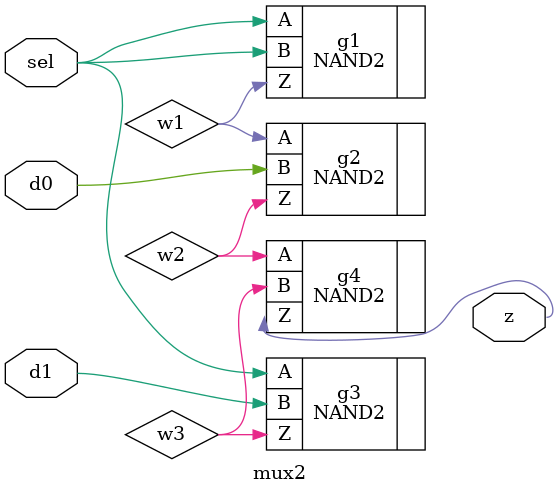
<source format=sv>
module mux2 (
    input logic d0,          // Data input 0
    input logic d1,          // Data input 1
    input logic sel,         // Select input
    output logic z           // Output
);

logic w1,w2,w3;
NAND2 #(.Tpdlh(6), .Tpdhl(6)) g1 (.Z(w1), .A(sel), .B(sel));
NAND2 #(.Tpdlh(6), .Tpdhl(6)) g2 (.Z(w2), .A(w1), .B(d0));
NAND2 #(.Tpdlh(6), .Tpdhl(6)) g3 (.Z(w3), .A(sel), .B(d1));
NAND2 #(.Tpdlh(6), .Tpdhl(6)) g4 (.Z(z), .A(w2), .B(w3));

endmodule

</source>
